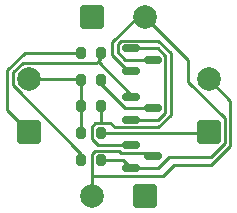
<source format=gtl>
G04 #@! TF.GenerationSoftware,KiCad,Pcbnew,7.0.7-7.0.7~ubuntu22.04.1*
G04 #@! TF.CreationDate,2023-08-27T15:16:42-06:00*
G04 #@! TF.ProjectId,Dog Low Water Sensor SMD,446f6720-4c6f-4772-9057-617465722053,rev?*
G04 #@! TF.SameCoordinates,Original*
G04 #@! TF.FileFunction,Copper,L1,Top*
G04 #@! TF.FilePolarity,Positive*
%FSLAX46Y46*%
G04 Gerber Fmt 4.6, Leading zero omitted, Abs format (unit mm)*
G04 Created by KiCad (PCBNEW 7.0.7-7.0.7~ubuntu22.04.1) date 2023-08-27 15:16:42*
%MOMM*%
%LPD*%
G01*
G04 APERTURE LIST*
G04 Aperture macros list*
%AMRoundRect*
0 Rectangle with rounded corners*
0 $1 Rounding radius*
0 $2 $3 $4 $5 $6 $7 $8 $9 X,Y pos of 4 corners*
0 Add a 4 corners polygon primitive as box body*
4,1,4,$2,$3,$4,$5,$6,$7,$8,$9,$2,$3,0*
0 Add four circle primitives for the rounded corners*
1,1,$1+$1,$2,$3*
1,1,$1+$1,$4,$5*
1,1,$1+$1,$6,$7*
1,1,$1+$1,$8,$9*
0 Add four rect primitives between the rounded corners*
20,1,$1+$1,$2,$3,$4,$5,0*
20,1,$1+$1,$4,$5,$6,$7,0*
20,1,$1+$1,$6,$7,$8,$9,0*
20,1,$1+$1,$8,$9,$2,$3,0*%
G04 Aperture macros list end*
G04 #@! TA.AperFunction,SMDPad,CuDef*
%ADD10RoundRect,0.150000X-0.587500X-0.150000X0.587500X-0.150000X0.587500X0.150000X-0.587500X0.150000X0*%
G04 #@! TD*
G04 #@! TA.AperFunction,SMDPad,CuDef*
%ADD11RoundRect,0.200000X-0.200000X-0.275000X0.200000X-0.275000X0.200000X0.275000X-0.200000X0.275000X0*%
G04 #@! TD*
G04 #@! TA.AperFunction,ComponentPad*
%ADD12RoundRect,0.250000X0.750000X-0.750000X0.750000X0.750000X-0.750000X0.750000X-0.750000X-0.750000X0*%
G04 #@! TD*
G04 #@! TA.AperFunction,ComponentPad*
%ADD13C,2.000000*%
G04 #@! TD*
G04 #@! TA.AperFunction,ComponentPad*
%ADD14RoundRect,0.250000X0.750000X0.750000X-0.750000X0.750000X-0.750000X-0.750000X0.750000X-0.750000X0*%
G04 #@! TD*
G04 #@! TA.AperFunction,ComponentPad*
%ADD15RoundRect,0.250000X-0.750000X-0.750000X0.750000X-0.750000X0.750000X0.750000X-0.750000X0.750000X0*%
G04 #@! TD*
G04 #@! TA.AperFunction,Conductor*
%ADD16C,0.250000*%
G04 #@! TD*
G04 APERTURE END LIST*
D10*
X150368000Y-79314000D03*
X150368000Y-81214000D03*
X152243000Y-80264000D03*
X150368000Y-75184000D03*
X150368000Y-77084000D03*
X152243000Y-76134000D03*
D11*
X146178000Y-75540700D03*
X147828000Y-75540700D03*
X146178000Y-82366400D03*
X147828000Y-82366400D03*
X146178000Y-77816000D03*
X147828000Y-77816000D03*
X146178000Y-80091200D03*
X147828000Y-80091200D03*
D12*
X141752300Y-82260000D03*
D13*
X141752300Y-77760000D03*
D11*
X146178000Y-84641600D03*
X147828000Y-84641600D03*
D12*
X156972000Y-82260000D03*
D13*
X156972000Y-77760000D03*
D14*
X151588700Y-87686900D03*
D13*
X147088700Y-87686900D03*
D15*
X147102000Y-72495500D03*
D13*
X151602000Y-72495500D03*
D10*
X150368000Y-83378000D03*
X150368000Y-85278000D03*
X152243000Y-84328000D03*
D16*
X149731600Y-84641600D02*
X150368000Y-85278000D01*
X147828000Y-84641600D02*
X149731600Y-84641600D01*
X150962900Y-72495500D02*
X151602000Y-72495500D01*
X148807400Y-74651000D02*
X150962900Y-72495500D01*
X148807400Y-75763100D02*
X148807400Y-74651000D01*
X150128300Y-77084000D02*
X148807400Y-75763100D01*
X150368000Y-77084000D02*
X150128300Y-77084000D01*
X152705800Y-85278000D02*
X150368000Y-85278000D01*
X153622700Y-84361100D02*
X152705800Y-85278000D01*
X157188000Y-84361100D02*
X153622700Y-84361100D01*
X158329700Y-83219400D02*
X157188000Y-84361100D01*
X158329700Y-81067100D02*
X158329700Y-83219400D01*
X155258700Y-77996100D02*
X158329700Y-81067100D01*
X155258700Y-76152200D02*
X155258700Y-77996100D01*
X151602000Y-72495500D02*
X155258700Y-76152200D01*
X146122000Y-77760000D02*
X146178000Y-77816000D01*
X141752300Y-77760000D02*
X146122000Y-77760000D01*
X146178000Y-77816000D02*
X146178000Y-80091200D01*
X146178000Y-80091200D02*
X146178000Y-82366400D01*
X156865600Y-82366400D02*
X156972000Y-82260000D01*
X147828000Y-82366400D02*
X156865600Y-82366400D01*
X147088700Y-87686900D02*
X147088700Y-85952200D01*
X151951300Y-84036300D02*
X152243000Y-84328000D01*
X149567000Y-84036300D02*
X151951300Y-84036300D01*
X149365100Y-83834400D02*
X149567000Y-84036300D01*
X147351100Y-83834400D02*
X149365100Y-83834400D01*
X147088700Y-84096800D02*
X147351100Y-83834400D01*
X147088700Y-85952200D02*
X147088700Y-84096800D01*
X158811400Y-79599400D02*
X156972000Y-77760000D01*
X158811400Y-83416900D02*
X158811400Y-79599400D01*
X157190200Y-85038100D02*
X158811400Y-83416900D01*
X154028400Y-85038100D02*
X157190200Y-85038100D01*
X153114300Y-85952200D02*
X154028400Y-85038100D01*
X147088700Y-85952200D02*
X153114300Y-85952200D01*
X150368000Y-79095400D02*
X147561800Y-76289200D01*
X150368000Y-79314000D02*
X150368000Y-79095400D01*
X147828000Y-76023000D02*
X147561800Y-76289200D01*
X147828000Y-75540700D02*
X147828000Y-76023000D01*
X147473100Y-76377900D02*
X147561800Y-76289200D01*
X141231400Y-76377900D02*
X147473100Y-76377900D01*
X140391300Y-77218000D02*
X141231400Y-76377900D01*
X140391300Y-78294900D02*
X140391300Y-77218000D01*
X146178000Y-84081600D02*
X140391300Y-78294900D01*
X146178000Y-84641600D02*
X146178000Y-84081600D01*
X147828000Y-78189000D02*
X147828000Y-77816000D01*
X149903000Y-80264000D02*
X147828000Y-78189000D01*
X152243000Y-80264000D02*
X149903000Y-80264000D01*
X152706900Y-81214000D02*
X150368000Y-81214000D01*
X153310800Y-80610100D02*
X152706900Y-81214000D01*
X153310800Y-75789000D02*
X153310800Y-80610100D01*
X152705800Y-75184000D02*
X153310800Y-75789000D01*
X150368000Y-75184000D02*
X152705800Y-75184000D01*
X147828000Y-80091200D02*
X147828000Y-81526000D01*
X147360300Y-81526000D02*
X147828000Y-81526000D01*
X147079800Y-81806500D02*
X147360300Y-81526000D01*
X147079800Y-82840500D02*
X147079800Y-81806500D01*
X147617300Y-83378000D02*
X147079800Y-82840500D01*
X150368000Y-83378000D02*
X147617300Y-83378000D01*
X149895500Y-76134000D02*
X152243000Y-76134000D01*
X149259300Y-75497800D02*
X149895500Y-76134000D01*
X149259300Y-74838200D02*
X149259300Y-75497800D01*
X149574600Y-74522900D02*
X149259300Y-74838200D01*
X152692200Y-74522900D02*
X149574600Y-74522900D01*
X153776000Y-75606700D02*
X152692200Y-74522900D01*
X153776000Y-80784000D02*
X153776000Y-75606700D01*
X152682100Y-81877900D02*
X153776000Y-80784000D01*
X148996600Y-81877900D02*
X152682100Y-81877900D01*
X148644700Y-81526000D02*
X148996600Y-81877900D01*
X147828000Y-81526000D02*
X148644700Y-81526000D01*
X141402600Y-75540700D02*
X146178000Y-75540700D01*
X139905100Y-77038200D02*
X141402600Y-75540700D01*
X139905100Y-80412800D02*
X139905100Y-77038200D01*
X141752300Y-82260000D02*
X139905100Y-80412800D01*
M02*

</source>
